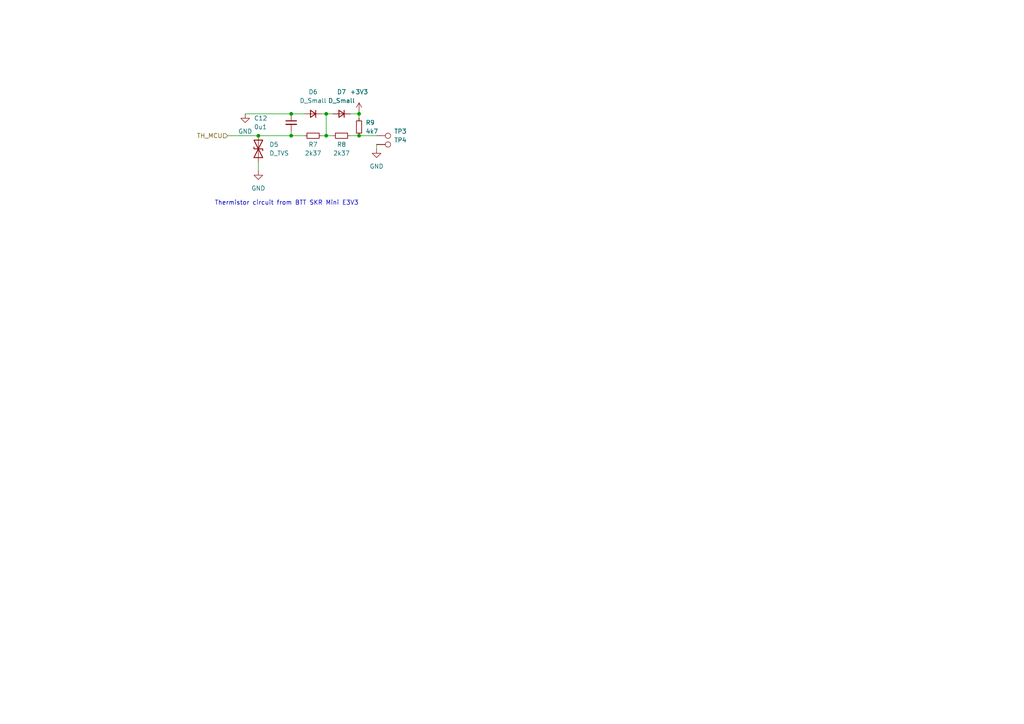
<source format=kicad_sch>
(kicad_sch (version 20211123) (generator eeschema)

  (uuid bb2a7d12-07d0-40c4-a698-c1f37bc5fd5c)

  (paper "A4")

  (lib_symbols
    (symbol "Connector:TestPoint" (pin_numbers hide) (pin_names (offset 0.762) hide) (in_bom yes) (on_board yes)
      (property "Reference" "TP" (id 0) (at 0 6.858 0)
        (effects (font (size 1.27 1.27)))
      )
      (property "Value" "TestPoint" (id 1) (at 0 5.08 0)
        (effects (font (size 1.27 1.27)))
      )
      (property "Footprint" "" (id 2) (at 5.08 0 0)
        (effects (font (size 1.27 1.27)) hide)
      )
      (property "Datasheet" "~" (id 3) (at 5.08 0 0)
        (effects (font (size 1.27 1.27)) hide)
      )
      (property "ki_keywords" "test point tp" (id 4) (at 0 0 0)
        (effects (font (size 1.27 1.27)) hide)
      )
      (property "ki_description" "test point" (id 5) (at 0 0 0)
        (effects (font (size 1.27 1.27)) hide)
      )
      (property "ki_fp_filters" "Pin* Test*" (id 6) (at 0 0 0)
        (effects (font (size 1.27 1.27)) hide)
      )
      (symbol "TestPoint_0_1"
        (circle (center 0 3.302) (radius 0.762)
          (stroke (width 0) (type default) (color 0 0 0 0))
          (fill (type none))
        )
      )
      (symbol "TestPoint_1_1"
        (pin passive line (at 0 0 90) (length 2.54)
          (name "1" (effects (font (size 1.27 1.27))))
          (number "1" (effects (font (size 1.27 1.27))))
        )
      )
    )
    (symbol "Device:C_Small" (pin_numbers hide) (pin_names (offset 0.254) hide) (in_bom yes) (on_board yes)
      (property "Reference" "C" (id 0) (at 0.254 1.778 0)
        (effects (font (size 1.27 1.27)) (justify left))
      )
      (property "Value" "C_Small" (id 1) (at 0.254 -2.032 0)
        (effects (font (size 1.27 1.27)) (justify left))
      )
      (property "Footprint" "" (id 2) (at 0 0 0)
        (effects (font (size 1.27 1.27)) hide)
      )
      (property "Datasheet" "~" (id 3) (at 0 0 0)
        (effects (font (size 1.27 1.27)) hide)
      )
      (property "ki_keywords" "capacitor cap" (id 4) (at 0 0 0)
        (effects (font (size 1.27 1.27)) hide)
      )
      (property "ki_description" "Unpolarized capacitor, small symbol" (id 5) (at 0 0 0)
        (effects (font (size 1.27 1.27)) hide)
      )
      (property "ki_fp_filters" "C_*" (id 6) (at 0 0 0)
        (effects (font (size 1.27 1.27)) hide)
      )
      (symbol "C_Small_0_1"
        (polyline
          (pts
            (xy -1.524 -0.508)
            (xy 1.524 -0.508)
          )
          (stroke (width 0.3302) (type default) (color 0 0 0 0))
          (fill (type none))
        )
        (polyline
          (pts
            (xy -1.524 0.508)
            (xy 1.524 0.508)
          )
          (stroke (width 0.3048) (type default) (color 0 0 0 0))
          (fill (type none))
        )
      )
      (symbol "C_Small_1_1"
        (pin passive line (at 0 2.54 270) (length 2.032)
          (name "~" (effects (font (size 1.27 1.27))))
          (number "1" (effects (font (size 1.27 1.27))))
        )
        (pin passive line (at 0 -2.54 90) (length 2.032)
          (name "~" (effects (font (size 1.27 1.27))))
          (number "2" (effects (font (size 1.27 1.27))))
        )
      )
    )
    (symbol "Device:D_Small" (pin_numbers hide) (pin_names (offset 0.254) hide) (in_bom yes) (on_board yes)
      (property "Reference" "D" (id 0) (at -1.27 2.032 0)
        (effects (font (size 1.27 1.27)) (justify left))
      )
      (property "Value" "D_Small" (id 1) (at -3.81 -2.032 0)
        (effects (font (size 1.27 1.27)) (justify left))
      )
      (property "Footprint" "" (id 2) (at 0 0 90)
        (effects (font (size 1.27 1.27)) hide)
      )
      (property "Datasheet" "~" (id 3) (at 0 0 90)
        (effects (font (size 1.27 1.27)) hide)
      )
      (property "ki_keywords" "diode" (id 4) (at 0 0 0)
        (effects (font (size 1.27 1.27)) hide)
      )
      (property "ki_description" "Diode, small symbol" (id 5) (at 0 0 0)
        (effects (font (size 1.27 1.27)) hide)
      )
      (property "ki_fp_filters" "TO-???* *_Diode_* *SingleDiode* D_*" (id 6) (at 0 0 0)
        (effects (font (size 1.27 1.27)) hide)
      )
      (symbol "D_Small_0_1"
        (polyline
          (pts
            (xy -0.762 -1.016)
            (xy -0.762 1.016)
          )
          (stroke (width 0.254) (type default) (color 0 0 0 0))
          (fill (type none))
        )
        (polyline
          (pts
            (xy -0.762 0)
            (xy 0.762 0)
          )
          (stroke (width 0) (type default) (color 0 0 0 0))
          (fill (type none))
        )
        (polyline
          (pts
            (xy 0.762 -1.016)
            (xy -0.762 0)
            (xy 0.762 1.016)
            (xy 0.762 -1.016)
          )
          (stroke (width 0.254) (type default) (color 0 0 0 0))
          (fill (type none))
        )
      )
      (symbol "D_Small_1_1"
        (pin passive line (at -2.54 0 0) (length 1.778)
          (name "K" (effects (font (size 1.27 1.27))))
          (number "1" (effects (font (size 1.27 1.27))))
        )
        (pin passive line (at 2.54 0 180) (length 1.778)
          (name "A" (effects (font (size 1.27 1.27))))
          (number "2" (effects (font (size 1.27 1.27))))
        )
      )
    )
    (symbol "Device:D_TVS" (pin_numbers hide) (pin_names (offset 1.016) hide) (in_bom yes) (on_board yes)
      (property "Reference" "D" (id 0) (at 0 2.54 0)
        (effects (font (size 1.27 1.27)))
      )
      (property "Value" "D_TVS" (id 1) (at 0 -2.54 0)
        (effects (font (size 1.27 1.27)))
      )
      (property "Footprint" "" (id 2) (at 0 0 0)
        (effects (font (size 1.27 1.27)) hide)
      )
      (property "Datasheet" "~" (id 3) (at 0 0 0)
        (effects (font (size 1.27 1.27)) hide)
      )
      (property "ki_keywords" "diode TVS thyrector" (id 4) (at 0 0 0)
        (effects (font (size 1.27 1.27)) hide)
      )
      (property "ki_description" "Bidirectional transient-voltage-suppression diode" (id 5) (at 0 0 0)
        (effects (font (size 1.27 1.27)) hide)
      )
      (property "ki_fp_filters" "TO-???* *_Diode_* *SingleDiode* D_*" (id 6) (at 0 0 0)
        (effects (font (size 1.27 1.27)) hide)
      )
      (symbol "D_TVS_0_1"
        (polyline
          (pts
            (xy 1.27 0)
            (xy -1.27 0)
          )
          (stroke (width 0) (type default) (color 0 0 0 0))
          (fill (type none))
        )
        (polyline
          (pts
            (xy 0.508 1.27)
            (xy 0 1.27)
            (xy 0 -1.27)
            (xy -0.508 -1.27)
          )
          (stroke (width 0.254) (type default) (color 0 0 0 0))
          (fill (type none))
        )
        (polyline
          (pts
            (xy -2.54 1.27)
            (xy -2.54 -1.27)
            (xy 2.54 1.27)
            (xy 2.54 -1.27)
            (xy -2.54 1.27)
          )
          (stroke (width 0.254) (type default) (color 0 0 0 0))
          (fill (type none))
        )
      )
      (symbol "D_TVS_1_1"
        (pin passive line (at -3.81 0 0) (length 2.54)
          (name "A1" (effects (font (size 1.27 1.27))))
          (number "1" (effects (font (size 1.27 1.27))))
        )
        (pin passive line (at 3.81 0 180) (length 2.54)
          (name "A2" (effects (font (size 1.27 1.27))))
          (number "2" (effects (font (size 1.27 1.27))))
        )
      )
    )
    (symbol "Device:R_Small" (pin_numbers hide) (pin_names (offset 0.254) hide) (in_bom yes) (on_board yes)
      (property "Reference" "R" (id 0) (at 0.762 0.508 0)
        (effects (font (size 1.27 1.27)) (justify left))
      )
      (property "Value" "R_Small" (id 1) (at 0.762 -1.016 0)
        (effects (font (size 1.27 1.27)) (justify left))
      )
      (property "Footprint" "" (id 2) (at 0 0 0)
        (effects (font (size 1.27 1.27)) hide)
      )
      (property "Datasheet" "~" (id 3) (at 0 0 0)
        (effects (font (size 1.27 1.27)) hide)
      )
      (property "ki_keywords" "R resistor" (id 4) (at 0 0 0)
        (effects (font (size 1.27 1.27)) hide)
      )
      (property "ki_description" "Resistor, small symbol" (id 5) (at 0 0 0)
        (effects (font (size 1.27 1.27)) hide)
      )
      (property "ki_fp_filters" "R_*" (id 6) (at 0 0 0)
        (effects (font (size 1.27 1.27)) hide)
      )
      (symbol "R_Small_0_1"
        (rectangle (start -0.762 1.778) (end 0.762 -1.778)
          (stroke (width 0.2032) (type default) (color 0 0 0 0))
          (fill (type none))
        )
      )
      (symbol "R_Small_1_1"
        (pin passive line (at 0 2.54 270) (length 0.762)
          (name "~" (effects (font (size 1.27 1.27))))
          (number "1" (effects (font (size 1.27 1.27))))
        )
        (pin passive line (at 0 -2.54 90) (length 0.762)
          (name "~" (effects (font (size 1.27 1.27))))
          (number "2" (effects (font (size 1.27 1.27))))
        )
      )
    )
    (symbol "power:+3V3" (power) (pin_names (offset 0)) (in_bom yes) (on_board yes)
      (property "Reference" "#PWR" (id 0) (at 0 -3.81 0)
        (effects (font (size 1.27 1.27)) hide)
      )
      (property "Value" "+3V3" (id 1) (at 0 3.556 0)
        (effects (font (size 1.27 1.27)))
      )
      (property "Footprint" "" (id 2) (at 0 0 0)
        (effects (font (size 1.27 1.27)) hide)
      )
      (property "Datasheet" "" (id 3) (at 0 0 0)
        (effects (font (size 1.27 1.27)) hide)
      )
      (property "ki_keywords" "power-flag" (id 4) (at 0 0 0)
        (effects (font (size 1.27 1.27)) hide)
      )
      (property "ki_description" "Power symbol creates a global label with name \"+3V3\"" (id 5) (at 0 0 0)
        (effects (font (size 1.27 1.27)) hide)
      )
      (symbol "+3V3_0_1"
        (polyline
          (pts
            (xy -0.762 1.27)
            (xy 0 2.54)
          )
          (stroke (width 0) (type default) (color 0 0 0 0))
          (fill (type none))
        )
        (polyline
          (pts
            (xy 0 0)
            (xy 0 2.54)
          )
          (stroke (width 0) (type default) (color 0 0 0 0))
          (fill (type none))
        )
        (polyline
          (pts
            (xy 0 2.54)
            (xy 0.762 1.27)
          )
          (stroke (width 0) (type default) (color 0 0 0 0))
          (fill (type none))
        )
      )
      (symbol "+3V3_1_1"
        (pin power_in line (at 0 0 90) (length 0) hide
          (name "+3V3" (effects (font (size 1.27 1.27))))
          (number "1" (effects (font (size 1.27 1.27))))
        )
      )
    )
    (symbol "power:GND" (power) (pin_names (offset 0)) (in_bom yes) (on_board yes)
      (property "Reference" "#PWR" (id 0) (at 0 -6.35 0)
        (effects (font (size 1.27 1.27)) hide)
      )
      (property "Value" "GND" (id 1) (at 0 -3.81 0)
        (effects (font (size 1.27 1.27)))
      )
      (property "Footprint" "" (id 2) (at 0 0 0)
        (effects (font (size 1.27 1.27)) hide)
      )
      (property "Datasheet" "" (id 3) (at 0 0 0)
        (effects (font (size 1.27 1.27)) hide)
      )
      (property "ki_keywords" "power-flag" (id 4) (at 0 0 0)
        (effects (font (size 1.27 1.27)) hide)
      )
      (property "ki_description" "Power symbol creates a global label with name \"GND\" , ground" (id 5) (at 0 0 0)
        (effects (font (size 1.27 1.27)) hide)
      )
      (symbol "GND_0_1"
        (polyline
          (pts
            (xy 0 0)
            (xy 0 -1.27)
            (xy 1.27 -1.27)
            (xy 0 -2.54)
            (xy -1.27 -1.27)
            (xy 0 -1.27)
          )
          (stroke (width 0) (type default) (color 0 0 0 0))
          (fill (type none))
        )
      )
      (symbol "GND_1_1"
        (pin power_in line (at 0 0 270) (length 0) hide
          (name "GND" (effects (font (size 1.27 1.27))))
          (number "1" (effects (font (size 1.27 1.27))))
        )
      )
    )
  )

  (junction (at 84.455 33.02) (diameter 0) (color 0 0 0 0)
    (uuid 114d6953-d5dd-4b2c-9575-eb4c2c5ae1ef)
  )
  (junction (at 74.93 39.37) (diameter 0) (color 0 0 0 0)
    (uuid 5a34959c-2e92-4dde-af22-421683e7bf30)
  )
  (junction (at 84.455 39.37) (diameter 0) (color 0 0 0 0)
    (uuid 5b4a41e8-81f5-4813-88ab-5fbb20a2c7d3)
  )
  (junction (at 104.14 33.02) (diameter 0) (color 0 0 0 0)
    (uuid 6b3453ac-cb6b-4a2e-b12d-f36e747910ed)
  )
  (junction (at 94.615 33.02) (diameter 0) (color 0 0 0 0)
    (uuid 73f97693-a679-4adf-8bc7-53c4cb0b700e)
  )
  (junction (at 104.14 39.37) (diameter 0) (color 0 0 0 0)
    (uuid 8a303aed-fd6f-424b-81c0-45fdcf88168d)
  )
  (junction (at 94.615 39.37) (diameter 0) (color 0 0 0 0)
    (uuid b1f5261b-ccbb-48c9-ae00-ffd0aedeb95b)
  )

  (wire (pts (xy 104.14 39.37) (xy 109.22 39.37))
    (stroke (width 0) (type default) (color 0 0 0 0))
    (uuid 18bda643-c912-4c7e-bd2f-2e5dba41ee42)
  )
  (wire (pts (xy 71.12 33.02) (xy 84.455 33.02))
    (stroke (width 0) (type default) (color 0 0 0 0))
    (uuid 2541e71d-db57-408e-bb0e-26e216895b88)
  )
  (wire (pts (xy 101.6 33.02) (xy 104.14 33.02))
    (stroke (width 0) (type default) (color 0 0 0 0))
    (uuid 30ee351a-4e9a-4dbc-aaf7-223ea7cb7513)
  )
  (wire (pts (xy 104.14 32.385) (xy 104.14 33.02))
    (stroke (width 0) (type default) (color 0 0 0 0))
    (uuid 3ea2af52-a799-4bfb-aabc-c5b05df08a07)
  )
  (wire (pts (xy 84.455 33.02) (xy 88.265 33.02))
    (stroke (width 0) (type default) (color 0 0 0 0))
    (uuid 3fb9f44c-7452-4b74-86f9-61605a8a5d72)
  )
  (wire (pts (xy 93.345 33.02) (xy 94.615 33.02))
    (stroke (width 0) (type default) (color 0 0 0 0))
    (uuid 507ae69b-bef5-488e-a9a6-d3070368ef22)
  )
  (wire (pts (xy 66.04 39.37) (xy 74.93 39.37))
    (stroke (width 0) (type default) (color 0 0 0 0))
    (uuid 5194616a-695d-4d3e-aa53-9e79f1b42dfc)
  )
  (wire (pts (xy 96.52 39.37) (xy 94.615 39.37))
    (stroke (width 0) (type default) (color 0 0 0 0))
    (uuid 5dae5eb8-5c30-4e60-810e-b7dc0ad539f5)
  )
  (wire (pts (xy 94.615 39.37) (xy 94.615 33.02))
    (stroke (width 0) (type default) (color 0 0 0 0))
    (uuid 7ed88790-1205-4ef3-bdd1-ad63ee933789)
  )
  (wire (pts (xy 84.455 39.37) (xy 88.265 39.37))
    (stroke (width 0) (type default) (color 0 0 0 0))
    (uuid 7f877adb-1b88-404c-8b78-75376f34e328)
  )
  (wire (pts (xy 93.345 39.37) (xy 94.615 39.37))
    (stroke (width 0) (type default) (color 0 0 0 0))
    (uuid 89ac22cf-d4e1-4ff5-be94-977be2b07542)
  )
  (wire (pts (xy 104.14 33.02) (xy 104.14 34.29))
    (stroke (width 0) (type default) (color 0 0 0 0))
    (uuid 8b54ddbe-865f-4c5b-8a06-5d843939dc02)
  )
  (wire (pts (xy 101.6 39.37) (xy 104.14 39.37))
    (stroke (width 0) (type default) (color 0 0 0 0))
    (uuid 95fe6953-9b39-4b06-a02b-1b1dc308947a)
  )
  (wire (pts (xy 74.93 39.37) (xy 84.455 39.37))
    (stroke (width 0) (type default) (color 0 0 0 0))
    (uuid bdc42913-e4be-4238-a7fa-cd05199bd128)
  )
  (wire (pts (xy 94.615 33.02) (xy 96.52 33.02))
    (stroke (width 0) (type default) (color 0 0 0 0))
    (uuid c435be3a-700a-4e1c-bc65-d47dca786136)
  )
  (wire (pts (xy 84.455 38.1) (xy 84.455 39.37))
    (stroke (width 0) (type default) (color 0 0 0 0))
    (uuid d2df401f-6bef-477c-9239-4640fc70dad3)
  )
  (wire (pts (xy 74.93 46.99) (xy 74.93 49.53))
    (stroke (width 0) (type default) (color 0 0 0 0))
    (uuid e39edc06-1c35-4223-9979-bc3f526e1e14)
  )
  (wire (pts (xy 109.22 41.91) (xy 109.22 43.18))
    (stroke (width 0) (type default) (color 0 0 0 0))
    (uuid ec9503fb-3413-40f8-a3ef-6dcf2fceb5c8)
  )

  (text "Thermistor circuit from BTT SKR Mini E3V3" (at 62.23 59.69 0)
    (effects (font (size 1.27 1.27)) (justify left bottom))
    (uuid f87d3eac-2f60-4c5e-8dd8-11d501838b48)
  )

  (hierarchical_label "TH_MCU" (shape input) (at 66.04 39.37 180)
    (effects (font (size 1.27 1.27)) (justify right))
    (uuid 1e66309f-a545-432e-8cae-e7d932a5f4d4)
  )

  (symbol (lib_id "Device:R_Small") (at 99.06 39.37 270) (unit 1)
    (in_bom yes) (on_board yes)
    (uuid 237eece1-dbcb-47a3-88be-65538de636c8)
    (property "Reference" "R8" (id 0) (at 99.06 41.91 90))
    (property "Value" "2k37" (id 1) (at 99.06 44.45 90))
    (property "Footprint" "Resistor_SMD:R_0603_1608Metric_Pad0.98x0.95mm_HandSolder" (id 2) (at 99.06 39.37 0)
      (effects (font (size 1.27 1.27)) hide)
    )
    (property "Datasheet" "~" (id 3) (at 99.06 39.37 0)
      (effects (font (size 1.27 1.27)) hide)
    )
    (pin "1" (uuid 9201b7a5-79d0-4a62-808a-d05a31ed0726))
    (pin "2" (uuid 226bca7c-118f-4534-b6ff-05972fc8c29e))
  )

  (symbol (lib_id "Device:D_TVS") (at 74.93 43.18 90) (unit 1)
    (in_bom yes) (on_board yes) (fields_autoplaced)
    (uuid 3bee0bd9-e47a-4557-9a4a-5d36e4fb68e6)
    (property "Reference" "D5" (id 0) (at 78.105 41.9099 90)
      (effects (font (size 1.27 1.27)) (justify right))
    )
    (property "Value" "D_TVS" (id 1) (at 78.105 44.4499 90)
      (effects (font (size 1.27 1.27)) (justify right))
    )
    (property "Footprint" "Diode_SMD:D_0603_1608Metric_Pad1.05x0.95mm_HandSolder" (id 2) (at 74.93 43.18 0)
      (effects (font (size 1.27 1.27)) hide)
    )
    (property "Datasheet" "~" (id 3) (at 74.93 43.18 0)
      (effects (font (size 1.27 1.27)) hide)
    )
    (pin "1" (uuid 3ce6f4dd-4f41-47d0-9f98-147ca3c0b7d2))
    (pin "2" (uuid 6c23f5d3-39dc-4e7b-9d4b-66131109ec7e))
  )

  (symbol (lib_id "power:GND") (at 74.93 49.53 0) (unit 1)
    (in_bom yes) (on_board yes) (fields_autoplaced)
    (uuid 65e0a657-ed21-4a1e-b478-24a01f47b172)
    (property "Reference" "#PWR027" (id 0) (at 74.93 55.88 0)
      (effects (font (size 1.27 1.27)) hide)
    )
    (property "Value" "GND" (id 1) (at 74.93 54.61 0))
    (property "Footprint" "" (id 2) (at 74.93 49.53 0)
      (effects (font (size 1.27 1.27)) hide)
    )
    (property "Datasheet" "" (id 3) (at 74.93 49.53 0)
      (effects (font (size 1.27 1.27)) hide)
    )
    (pin "1" (uuid 6727992b-4381-4eb3-9fc0-a375990a2bad))
  )

  (symbol (lib_id "power:+3V3") (at 104.14 32.385 0) (unit 1)
    (in_bom yes) (on_board yes) (fields_autoplaced)
    (uuid 826b8b6d-c5ca-40ba-964c-dc50d02a4aaa)
    (property "Reference" "#PWR028" (id 0) (at 104.14 36.195 0)
      (effects (font (size 1.27 1.27)) hide)
    )
    (property "Value" "+3V3" (id 1) (at 104.14 26.67 0))
    (property "Footprint" "" (id 2) (at 104.14 32.385 0)
      (effects (font (size 1.27 1.27)) hide)
    )
    (property "Datasheet" "" (id 3) (at 104.14 32.385 0)
      (effects (font (size 1.27 1.27)) hide)
    )
    (pin "1" (uuid c906f808-3566-4962-a4ce-5d971e173a6a))
  )

  (symbol (lib_id "power:GND") (at 71.12 33.02 0) (unit 1)
    (in_bom yes) (on_board yes) (fields_autoplaced)
    (uuid 92261d37-af5a-4273-8426-0ccdc182da14)
    (property "Reference" "#PWR026" (id 0) (at 71.12 39.37 0)
      (effects (font (size 1.27 1.27)) hide)
    )
    (property "Value" "GND" (id 1) (at 71.12 38.1 0))
    (property "Footprint" "" (id 2) (at 71.12 33.02 0)
      (effects (font (size 1.27 1.27)) hide)
    )
    (property "Datasheet" "" (id 3) (at 71.12 33.02 0)
      (effects (font (size 1.27 1.27)) hide)
    )
    (pin "1" (uuid 40fc8ca2-c70e-418c-ae4f-b58120efab5c))
  )

  (symbol (lib_id "Device:R_Small") (at 90.805 39.37 270) (unit 1)
    (in_bom yes) (on_board yes)
    (uuid aed2c9ee-d2f0-4440-8f7c-065b92f0cf2d)
    (property "Reference" "R7" (id 0) (at 90.805 41.91 90))
    (property "Value" "2k37" (id 1) (at 90.805 44.45 90))
    (property "Footprint" "Resistor_SMD:R_0603_1608Metric_Pad0.98x0.95mm_HandSolder" (id 2) (at 90.805 39.37 0)
      (effects (font (size 1.27 1.27)) hide)
    )
    (property "Datasheet" "~" (id 3) (at 90.805 39.37 0)
      (effects (font (size 1.27 1.27)) hide)
    )
    (pin "1" (uuid 3f1f73dc-2507-4ee5-95b1-a98efb5591ba))
    (pin "2" (uuid 55290c4d-2ae1-462b-973c-4b63a5c39585))
  )

  (symbol (lib_id "Connector:TestPoint") (at 109.22 41.91 270) (unit 1)
    (in_bom yes) (on_board yes) (fields_autoplaced)
    (uuid b2de5910-e55f-4f60-a831-49d2b5cda2d5)
    (property "Reference" "TP4" (id 0) (at 114.3 40.6399 90)
      (effects (font (size 1.27 1.27)) (justify left))
    )
    (property "Value" "TestPoint" (id 1) (at 114.3 43.1799 90)
      (effects (font (size 1.27 1.27)) (justify left) hide)
    )
    (property "Footprint" "TestPoint:TestPoint_THTPad_2.5x2.5mm_Drill1.2mm" (id 2) (at 109.22 46.99 0)
      (effects (font (size 1.27 1.27)) hide)
    )
    (property "Datasheet" "~" (id 3) (at 109.22 46.99 0)
      (effects (font (size 1.27 1.27)) hide)
    )
    (pin "1" (uuid 9d130837-0927-43d2-a408-80cb90652e73))
  )

  (symbol (lib_id "Device:C_Small") (at 84.455 35.56 0) (unit 1)
    (in_bom yes) (on_board yes)
    (uuid baa44785-9b88-41e9-90ab-279f23edcfcd)
    (property "Reference" "C12" (id 0) (at 73.66 34.29 0)
      (effects (font (size 1.27 1.27)) (justify left))
    )
    (property "Value" "0u1" (id 1) (at 73.66 36.83 0)
      (effects (font (size 1.27 1.27)) (justify left))
    )
    (property "Footprint" "Capacitor_SMD:C_0603_1608Metric_Pad1.08x0.95mm_HandSolder" (id 2) (at 84.455 35.56 0)
      (effects (font (size 1.27 1.27)) hide)
    )
    (property "Datasheet" "~" (id 3) (at 84.455 35.56 0)
      (effects (font (size 1.27 1.27)) hide)
    )
    (pin "1" (uuid 1852abe4-5f40-4a9d-bc92-b1029d73890a))
    (pin "2" (uuid c8853b1c-5a31-4400-bc08-364ade3fef08))
  )

  (symbol (lib_id "Device:D_Small") (at 90.805 33.02 180) (unit 1)
    (in_bom yes) (on_board yes) (fields_autoplaced)
    (uuid c39d512f-7723-4761-8e58-eb57ddee9101)
    (property "Reference" "D6" (id 0) (at 90.805 26.67 0))
    (property "Value" "D_Small" (id 1) (at 90.805 29.21 0))
    (property "Footprint" "Diode_SMD:D_0603_1608Metric_Pad1.05x0.95mm_HandSolder" (id 2) (at 90.805 33.02 90)
      (effects (font (size 1.27 1.27)) hide)
    )
    (property "Datasheet" "~" (id 3) (at 90.805 33.02 90)
      (effects (font (size 1.27 1.27)) hide)
    )
    (pin "1" (uuid e730e097-6de1-441d-8c0b-0da465b13cde))
    (pin "2" (uuid 9c78d3aa-3943-4540-93c0-669202490369))
  )

  (symbol (lib_id "power:GND") (at 109.22 43.18 0) (unit 1)
    (in_bom yes) (on_board yes) (fields_autoplaced)
    (uuid da18f501-6b97-4278-a12f-32bc92db3127)
    (property "Reference" "#PWR029" (id 0) (at 109.22 49.53 0)
      (effects (font (size 1.27 1.27)) hide)
    )
    (property "Value" "GND" (id 1) (at 109.22 48.26 0))
    (property "Footprint" "" (id 2) (at 109.22 43.18 0)
      (effects (font (size 1.27 1.27)) hide)
    )
    (property "Datasheet" "" (id 3) (at 109.22 43.18 0)
      (effects (font (size 1.27 1.27)) hide)
    )
    (pin "1" (uuid 89e7b95e-7718-484b-ba54-63aa080ae604))
  )

  (symbol (lib_id "Device:R_Small") (at 104.14 36.83 0) (unit 1)
    (in_bom yes) (on_board yes) (fields_autoplaced)
    (uuid e61279d9-0592-471c-82b4-0ba78f59b193)
    (property "Reference" "R9" (id 0) (at 106.045 35.5599 0)
      (effects (font (size 1.27 1.27)) (justify left))
    )
    (property "Value" "4k7" (id 1) (at 106.045 38.0999 0)
      (effects (font (size 1.27 1.27)) (justify left))
    )
    (property "Footprint" "Resistor_SMD:R_0603_1608Metric_Pad0.98x0.95mm_HandSolder" (id 2) (at 104.14 36.83 0)
      (effects (font (size 1.27 1.27)) hide)
    )
    (property "Datasheet" "~" (id 3) (at 104.14 36.83 0)
      (effects (font (size 1.27 1.27)) hide)
    )
    (pin "1" (uuid aae2b14f-dec0-4f09-aefe-848a8b767801))
    (pin "2" (uuid ec3e02db-981c-417f-9e46-339328da5739))
  )

  (symbol (lib_id "Device:D_Small") (at 99.06 33.02 180) (unit 1)
    (in_bom yes) (on_board yes) (fields_autoplaced)
    (uuid ec98ac6e-24f0-4194-a3ac-6c65b6a33fa8)
    (property "Reference" "D7" (id 0) (at 99.06 26.67 0))
    (property "Value" "D_Small" (id 1) (at 99.06 29.21 0))
    (property "Footprint" "Diode_SMD:D_0603_1608Metric_Pad1.05x0.95mm_HandSolder" (id 2) (at 99.06 33.02 90)
      (effects (font (size 1.27 1.27)) hide)
    )
    (property "Datasheet" "~" (id 3) (at 99.06 33.02 90)
      (effects (font (size 1.27 1.27)) hide)
    )
    (pin "1" (uuid aec15cdf-8317-42ae-a951-abe8c73b0249))
    (pin "2" (uuid fde0e53a-9e2a-484a-8c35-d2cecb25e54b))
  )

  (symbol (lib_id "Connector:TestPoint") (at 109.22 39.37 270) (unit 1)
    (in_bom yes) (on_board yes) (fields_autoplaced)
    (uuid f1fcf120-549f-4f49-aba3-b92bd7a38b43)
    (property "Reference" "TP3" (id 0) (at 114.3 38.0999 90)
      (effects (font (size 1.27 1.27)) (justify left))
    )
    (property "Value" "TestPoint" (id 1) (at 114.3 40.6399 90)
      (effects (font (size 1.27 1.27)) (justify left) hide)
    )
    (property "Footprint" "TestPoint:TestPoint_THTPad_2.5x2.5mm_Drill1.2mm" (id 2) (at 109.22 44.45 0)
      (effects (font (size 1.27 1.27)) hide)
    )
    (property "Datasheet" "~" (id 3) (at 109.22 44.45 0)
      (effects (font (size 1.27 1.27)) hide)
    )
    (pin "1" (uuid 80cf1f1c-8ae0-4eda-850a-c5e5afffcb4d))
  )
)

</source>
